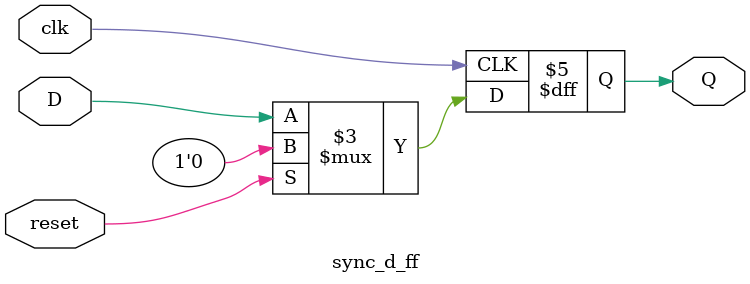
<source format=v>
module sync_d_ff (
    input  D,
    input  clk,
    input  reset,
    output reg Q
);

always @ (posedge clk) begin
  if(reset)
    Q <= 0;
  else
    Q <= D;
end

endmodule

</source>
